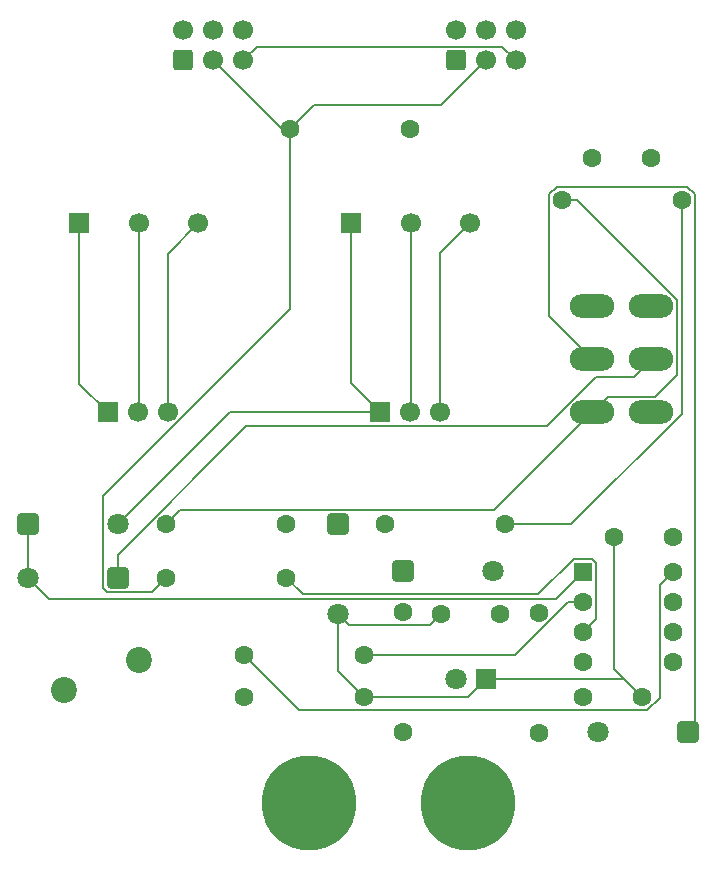
<source format=gbr>
%TF.GenerationSoftware,KiCad,Pcbnew,9.0.6*%
%TF.CreationDate,2026-01-10T03:30:46+11:00*%
%TF.ProjectId,envelope-generator,656e7665-6c6f-4706-952d-67656e657261,rev?*%
%TF.SameCoordinates,Original*%
%TF.FileFunction,Copper,L2,Bot*%
%TF.FilePolarity,Positive*%
%FSLAX46Y46*%
G04 Gerber Fmt 4.6, Leading zero omitted, Abs format (unit mm)*
G04 Created by KiCad (PCBNEW 9.0.6) date 2026-01-10 03:30:46*
%MOMM*%
%LPD*%
G01*
G04 APERTURE LIST*
G04 Aperture macros list*
%AMRoundRect*
0 Rectangle with rounded corners*
0 $1 Rounding radius*
0 $2 $3 $4 $5 $6 $7 $8 $9 X,Y pos of 4 corners*
0 Add a 4 corners polygon primitive as box body*
4,1,4,$2,$3,$4,$5,$6,$7,$8,$9,$2,$3,0*
0 Add four circle primitives for the rounded corners*
1,1,$1+$1,$2,$3*
1,1,$1+$1,$4,$5*
1,1,$1+$1,$6,$7*
1,1,$1+$1,$8,$9*
0 Add four rect primitives between the rounded corners*
20,1,$1+$1,$2,$3,$4,$5,0*
20,1,$1+$1,$4,$5,$6,$7,0*
20,1,$1+$1,$6,$7,$8,$9,0*
20,1,$1+$1,$8,$9,$2,$3,0*%
G04 Aperture macros list end*
%TA.AperFunction,ComponentPad*%
%ADD10RoundRect,0.250000X-0.650000X-0.650000X0.650000X-0.650000X0.650000X0.650000X-0.650000X0.650000X0*%
%TD*%
%TA.AperFunction,ComponentPad*%
%ADD11C,1.800000*%
%TD*%
%TA.AperFunction,ComponentPad*%
%ADD12C,1.700000*%
%TD*%
%TA.AperFunction,ComponentPad*%
%ADD13RoundRect,0.250000X0.600000X-0.600000X0.600000X0.600000X-0.600000X0.600000X-0.600000X-0.600000X0*%
%TD*%
%TA.AperFunction,ComponentPad*%
%ADD14RoundRect,0.250000X-0.650000X0.650000X-0.650000X-0.650000X0.650000X-0.650000X0.650000X0.650000X0*%
%TD*%
%TA.AperFunction,ComponentPad*%
%ADD15C,1.600000*%
%TD*%
%TA.AperFunction,ComponentPad*%
%ADD16R,1.700000X1.700000*%
%TD*%
%TA.AperFunction,ComponentPad*%
%ADD17RoundRect,0.250000X-0.550000X-0.550000X0.550000X-0.550000X0.550000X0.550000X-0.550000X0.550000X0*%
%TD*%
%TA.AperFunction,ComponentPad*%
%ADD18C,2.200000*%
%TD*%
%TA.AperFunction,ComponentPad*%
%ADD19RoundRect,0.250000X0.650000X0.650000X-0.650000X0.650000X-0.650000X-0.650000X0.650000X-0.650000X0*%
%TD*%
%TA.AperFunction,ComponentPad*%
%ADD20C,8.000000*%
%TD*%
%TA.AperFunction,ComponentPad*%
%ADD21R,1.800000X1.800000*%
%TD*%
%TA.AperFunction,ComponentPad*%
%ADD22O,3.750000X2.000000*%
%TD*%
%TA.AperFunction,Conductor*%
%ADD23C,0.200000*%
%TD*%
G04 APERTURE END LIST*
D10*
%TO.P,D4,1,K*%
%TO.N,Net-(D3-A)*%
X66690000Y-69000000D03*
D11*
%TO.P,D4,2,A*%
%TO.N,Net-(D4-A)*%
X74310000Y-69000000D03*
%TD*%
D12*
%TO.P,J1,6,Pin_6*%
%TO.N,unconnected-(J1-Pin_6-Pad6)*%
X84929000Y-27151000D03*
%TO.P,J1,5,Pin_5*%
%TO.N,5V*%
X84929000Y-29691000D03*
%TO.P,J1,4,Pin_4*%
%TO.N,GND*%
X82389000Y-27151000D03*
%TO.P,J1,3,Pin_3*%
X82389000Y-29691000D03*
%TO.P,J1,2,Pin_2*%
%TO.N,-12V*%
X79849000Y-27151000D03*
D13*
%TO.P,J1,1,Pin_1*%
%TO.N,12V*%
X79849000Y-29691000D03*
%TD*%
D12*
%TO.P,J2,6,Pin_6*%
%TO.N,unconnected-(J2-Pin_6-Pad6)*%
X108009000Y-27151000D03*
%TO.P,J2,5,Pin_5*%
%TO.N,5V*%
X108009000Y-29691000D03*
%TO.P,J2,4,Pin_4*%
%TO.N,GND*%
X105469000Y-27151000D03*
%TO.P,J2,3,Pin_3*%
X105469000Y-29691000D03*
%TO.P,J2,2,Pin_2*%
%TO.N,-12V*%
X102929000Y-27151000D03*
D13*
%TO.P,J2,1,Pin_1*%
%TO.N,12V*%
X102929000Y-29691000D03*
%TD*%
D11*
%TO.P,D2,2,A*%
%TO.N,GND*%
X93000000Y-76620000D03*
D14*
%TO.P,D2,1,K*%
%TO.N,Net-(D2-K)*%
X93000000Y-69000000D03*
%TD*%
D15*
%TO.P,C1,1*%
%TO.N,Net-(SW2A-C)*%
X114500000Y-38000000D03*
%TO.P,C1,2*%
%TO.N,Net-(C1-Pad2)*%
X119500000Y-38000000D03*
%TD*%
%TO.P,R3,1*%
%TO.N,Net-(SW2A-A)*%
X111920000Y-41500000D03*
%TO.P,R3,2*%
%TO.N,Net-(C1-Pad2)*%
X122080000Y-41500000D03*
%TD*%
%TO.P,R2,1*%
%TO.N,Net-(D2-K)*%
X96920000Y-69000000D03*
%TO.P,R2,2*%
%TO.N,Net-(C1-Pad2)*%
X107080000Y-69000000D03*
%TD*%
%TO.P,R1,2*%
%TO.N,Net-(SW2A-C)*%
X99080000Y-35500000D03*
%TO.P,R1,1*%
%TO.N,GND*%
X88920000Y-35500000D03*
%TD*%
D12*
%TO.P,RV2,3,3*%
%TO.N,Net-(J3-Pin_2)*%
X101590000Y-59500000D03*
%TO.P,RV2,2,2*%
X99050000Y-59500000D03*
D16*
%TO.P,RV2,1,1*%
%TO.N,Net-(D4-A)*%
X96510000Y-59500000D03*
%TD*%
D15*
%TO.P,R4,2*%
%TO.N,Net-(SW2A-A)*%
X78420000Y-69000000D03*
%TO.P,R4,1*%
%TO.N,Net-(U1A-+)*%
X88580000Y-69000000D03*
%TD*%
%TO.P,U1,8,V+*%
%TO.N,12V*%
X121310000Y-73040000D03*
%TO.P,U1,7*%
%TO.N,Net-(D6-A)*%
X121310000Y-75580000D03*
%TO.P,U1,6,-*%
X121310000Y-78120000D03*
%TO.P,U1,5,+*%
%TO.N,Net-(J3-Pin_2)*%
X121310000Y-80660000D03*
%TO.P,U1,4,V-*%
%TO.N,-12V*%
X113690000Y-80660000D03*
%TO.P,U1,3,+*%
%TO.N,Net-(U1A-+)*%
X113690000Y-78120000D03*
%TO.P,U1,2,-*%
%TO.N,Net-(U1A--)*%
X113690000Y-75580000D03*
D17*
%TO.P,U1,1*%
%TO.N,Net-(D3-A)*%
X113690000Y-73040000D03*
%TD*%
D15*
%TO.P,C7,2*%
%TO.N,12V*%
X121310000Y-70080000D03*
%TO.P,C7,1*%
%TO.N,GND*%
X116310000Y-70080000D03*
%TD*%
%TO.P,C8,1*%
%TO.N,GND*%
X118691655Y-83619448D03*
%TO.P,C8,2*%
%TO.N,-12V*%
X113691655Y-83619448D03*
%TD*%
D18*
%TO.P,SW1,1,1*%
%TO.N,12V*%
X76120000Y-80500000D03*
%TO.P,SW1,2,2*%
%TO.N,Net-(D1-K)*%
X69770000Y-83040000D03*
%TD*%
D15*
%TO.P,R8,2*%
%TO.N,Net-(D6-K)*%
X98500000Y-76420000D03*
%TO.P,R8,1*%
%TO.N,Net-(J7-Pin_1)*%
X98500000Y-86580000D03*
%TD*%
%TO.P,R6,2*%
%TO.N,12V*%
X85000000Y-80080000D03*
%TO.P,R6,1*%
%TO.N,Net-(U1A--)*%
X95160000Y-80080000D03*
%TD*%
%TO.P,R9,2*%
%TO.N,Net-(J7-Pin_1)*%
X110000000Y-86660000D03*
%TO.P,R9,1*%
%TO.N,Net-(D5-A)*%
X110000000Y-76500000D03*
%TD*%
D11*
%TO.P,D6,2,A*%
%TO.N,Net-(D6-A)*%
X106111280Y-72930719D03*
D10*
%TO.P,D6,1,K*%
%TO.N,Net-(D6-K)*%
X98491280Y-72930719D03*
%TD*%
D15*
%TO.P,C2,2*%
%TO.N,GND*%
X101719351Y-76559953D03*
%TO.P,C2,1*%
%TO.N,Net-(J3-Pin_2)*%
X106719351Y-76559953D03*
%TD*%
%TO.P,R5,2*%
%TO.N,Net-(U1A-+)*%
X88580000Y-73500000D03*
%TO.P,R5,1*%
%TO.N,GND*%
X78420000Y-73500000D03*
%TD*%
D11*
%TO.P,D3,2,A*%
%TO.N,Net-(D3-A)*%
X66690000Y-73500000D03*
D19*
%TO.P,D3,1,K*%
%TO.N,Net-(D3-K)*%
X74310000Y-73500000D03*
%TD*%
D15*
%TO.P,R7,2*%
%TO.N,Net-(U1A--)*%
X85000000Y-83580000D03*
%TO.P,R7,1*%
%TO.N,GND*%
X95160000Y-83580000D03*
%TD*%
D11*
%TO.P,D1,2,A*%
%TO.N,Net-(D1-A)*%
X115000000Y-86580000D03*
D19*
%TO.P,D1,1,K*%
%TO.N,Net-(D1-K)*%
X122620000Y-86580000D03*
%TD*%
D16*
%TO.P,J3,1,Pin_1*%
%TO.N,Net-(D4-A)*%
X94050000Y-43500000D03*
D12*
%TO.P,J3,2,Pin_2*%
%TO.N,Net-(J3-Pin_2)*%
X99130000Y-43500000D03*
%TO.P,J3,3,Pin_3*%
X104130000Y-43500000D03*
%TD*%
D20*
%TO.P,J7,1,Pin_1*%
%TO.N,Net-(J7-Pin_1)*%
X104000000Y-92580000D03*
%TD*%
D16*
%TO.P,J4,1,Pin_1*%
%TO.N,Net-(J4-Pin_1)*%
X71050000Y-43500000D03*
D12*
%TO.P,J4,2,Pin_2*%
%TO.N,Net-(J3-Pin_2)*%
X76130000Y-43500000D03*
%TO.P,J4,3,Pin_3*%
X81130000Y-43500000D03*
%TD*%
D21*
%TO.P,D5,1,K*%
%TO.N,GND*%
X105500000Y-82080000D03*
D11*
%TO.P,D5,2,A*%
%TO.N,Net-(D5-A)*%
X102960000Y-82080000D03*
%TD*%
D20*
%TO.P,J5,1,Pin_1*%
%TO.N,Net-(D1-A)*%
X90500000Y-92580000D03*
%TD*%
D16*
%TO.P,RV1,1,1*%
%TO.N,Net-(J4-Pin_1)*%
X73460000Y-59500000D03*
D12*
%TO.P,RV1,2,2*%
%TO.N,Net-(J3-Pin_2)*%
X76000000Y-59500000D03*
%TO.P,RV1,3,3*%
X78540000Y-59500000D03*
%TD*%
D22*
%TO.P,SW2,1,A*%
%TO.N,Net-(SW2A-A)*%
X114500000Y-59500000D03*
%TO.P,SW2,2,B*%
%TO.N,Net-(D1-K)*%
X114500000Y-55000000D03*
%TO.P,SW2,3,C*%
%TO.N,Net-(SW2A-C)*%
X114500000Y-50500000D03*
%TO.P,SW2,4,A*%
%TO.N,Net-(J4-Pin_1)*%
X119500000Y-59500000D03*
%TO.P,SW2,5,B*%
%TO.N,Net-(D3-K)*%
X119500000Y-55000000D03*
%TO.P,SW2,6,C*%
%TO.N,Net-(J3-Pin_2)*%
X119500000Y-50500000D03*
%TD*%
D23*
%TO.N,GND*%
X95160000Y-83580000D02*
X93000000Y-81420000D01*
X93000000Y-81420000D02*
X93000000Y-76620000D01*
X101719351Y-76559953D02*
X100758304Y-77521000D01*
X100758304Y-77521000D02*
X93901000Y-77521000D01*
X93901000Y-77521000D02*
X93000000Y-76620000D01*
X105500000Y-82080000D02*
X104000000Y-83580000D01*
X104000000Y-83580000D02*
X95160000Y-83580000D01*
X118691655Y-83619448D02*
X117152207Y-82080000D01*
X117152207Y-82080000D02*
X105500000Y-82080000D01*
X116310000Y-70080000D02*
X116310000Y-81237793D01*
X116310000Y-81237793D02*
X118691655Y-83619448D01*
X88920000Y-35500000D02*
X88920000Y-50747760D01*
X73424840Y-74701000D02*
X77219000Y-74701000D01*
X88920000Y-50747760D02*
X73109000Y-66558760D01*
X73109000Y-66558760D02*
X73109000Y-74385160D01*
X73109000Y-74385160D02*
X73424840Y-74701000D01*
X77219000Y-74701000D02*
X78420000Y-73500000D01*
X88920000Y-35500000D02*
X90920000Y-33500000D01*
X90920000Y-33500000D02*
X101660000Y-33500000D01*
X101660000Y-33500000D02*
X105469000Y-29691000D01*
X82389000Y-29691000D02*
X88198000Y-35500000D01*
X88198000Y-35500000D02*
X88920000Y-35500000D01*
%TO.N,Net-(J3-Pin_2)*%
X81130000Y-43500000D02*
X78540000Y-46090000D01*
X78540000Y-46090000D02*
X78540000Y-59500000D01*
X76130000Y-43500000D02*
X76130000Y-59370000D01*
X76130000Y-59370000D02*
X76000000Y-59500000D01*
X104130000Y-43500000D02*
X101590000Y-46040000D01*
X101590000Y-46040000D02*
X101590000Y-59500000D01*
X99130000Y-43500000D02*
X99130000Y-59420000D01*
X99130000Y-59420000D02*
X99050000Y-59500000D01*
%TO.N,Net-(D4-A)*%
X94050000Y-43500000D02*
X94050000Y-57040000D01*
X94050000Y-57040000D02*
X96510000Y-59500000D01*
%TO.N,Net-(J4-Pin_1)*%
X71050000Y-43500000D02*
X71050000Y-57090000D01*
X71050000Y-57090000D02*
X73460000Y-59500000D01*
%TO.N,Net-(D1-K)*%
X114500000Y-55000000D02*
X110819000Y-51319000D01*
X122536050Y-40399000D02*
X123181000Y-41043950D01*
X110819000Y-51319000D02*
X110819000Y-41043950D01*
X123181000Y-86019000D02*
X122620000Y-86580000D01*
X110819000Y-41043950D02*
X111463950Y-40399000D01*
X123181000Y-41043950D02*
X123181000Y-86019000D01*
X111463950Y-40399000D02*
X122536050Y-40399000D01*
%TO.N,Net-(D3-A)*%
X66690000Y-69000000D02*
X66690000Y-73500000D01*
%TO.N,Net-(U1A-+)*%
X113690000Y-78120000D02*
X114791000Y-77019000D01*
X114791000Y-77019000D02*
X114791000Y-72254840D01*
X112904840Y-71939000D02*
X109925840Y-74918000D01*
X114791000Y-72254840D02*
X114475160Y-71939000D01*
X114475160Y-71939000D02*
X112904840Y-71939000D01*
X109925840Y-74918000D02*
X89998000Y-74918000D01*
X89998000Y-74918000D02*
X88580000Y-73500000D01*
%TO.N,12V*%
X85000000Y-80080000D02*
X89640448Y-84720448D01*
X119147705Y-84720448D02*
X120209000Y-83659153D01*
X120209000Y-83659153D02*
X120209000Y-74141000D01*
X89640448Y-84720448D02*
X119147705Y-84720448D01*
X120209000Y-74141000D02*
X121310000Y-73040000D01*
%TO.N,Net-(U1A--)*%
X95160000Y-80080000D02*
X107977050Y-80080000D01*
X107977050Y-80080000D02*
X112477050Y-75580000D01*
X112477050Y-75580000D02*
X113690000Y-75580000D01*
%TO.N,Net-(D3-A)*%
X66690000Y-73500000D02*
X68509000Y-75319000D01*
X68509000Y-75319000D02*
X111411000Y-75319000D01*
X111411000Y-75319000D02*
X113690000Y-73040000D01*
%TO.N,Net-(SW2A-A)*%
X111920000Y-41500000D02*
X113214892Y-41500000D01*
X113214892Y-41500000D02*
X121676000Y-49961108D01*
X121676000Y-49961108D02*
X121676000Y-56324000D01*
X121676000Y-56324000D02*
X119801000Y-58199000D01*
X115801000Y-58199000D02*
X114500000Y-59500000D01*
X119801000Y-58199000D02*
X115801000Y-58199000D01*
%TO.N,Net-(C1-Pad2)*%
X122080000Y-41500000D02*
X122080000Y-59634892D01*
X122080000Y-59634892D02*
X112714892Y-69000000D01*
X112714892Y-69000000D02*
X107080000Y-69000000D01*
%TO.N,Net-(D3-K)*%
X74310000Y-73500000D02*
X74310000Y-71552950D01*
X74310000Y-71552950D02*
X85211950Y-60651000D01*
X85211950Y-60651000D02*
X110634108Y-60651000D01*
X110634108Y-60651000D02*
X114785108Y-56500000D01*
X114785108Y-56500000D02*
X118000000Y-56500000D01*
X118000000Y-56500000D02*
X119500000Y-55000000D01*
%TO.N,Net-(D4-A)*%
X96510000Y-59500000D02*
X83810000Y-59500000D01*
X83810000Y-59500000D02*
X74310000Y-69000000D01*
%TO.N,Net-(SW2A-A)*%
X78420000Y-69000000D02*
X79621000Y-67799000D01*
X79621000Y-67799000D02*
X106201000Y-67799000D01*
X106201000Y-67799000D02*
X114500000Y-59500000D01*
%TO.N,5V*%
X86080000Y-28540000D02*
X106858000Y-28540000D01*
X84929000Y-29691000D02*
X86080000Y-28540000D01*
X106858000Y-28540000D02*
X108009000Y-29691000D01*
%TD*%
M02*

</source>
